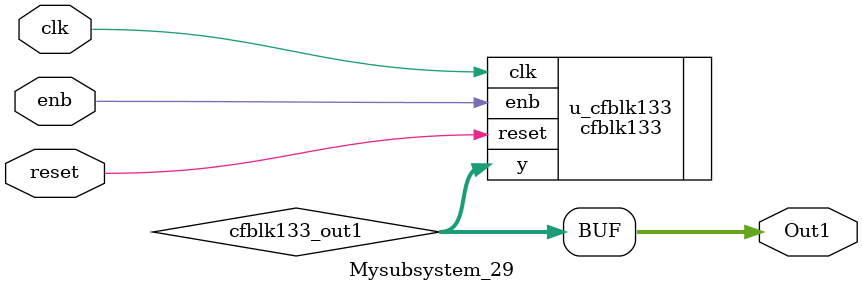
<source format=v>



`timescale 1 ns / 1 ns

module Mysubsystem_29
          (clk,
           reset,
           enb,
           Out1);


  input   clk;
  input   reset;
  input   enb;
  output  [7:0] Out1;  // uint8


  wire [7:0] cfblk133_out1;  // uint8


  cfblk133 u_cfblk133 (.clk(clk),
                       .reset(reset),
                       .enb(enb),
                       .y(cfblk133_out1)  // uint8
                       );

  assign Out1 = cfblk133_out1;

endmodule  // Mysubsystem_29


</source>
